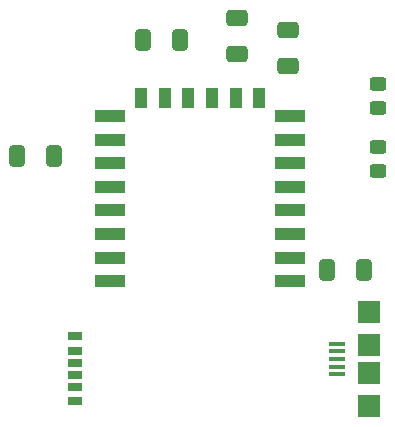
<source format=gbr>
%TF.GenerationSoftware,KiCad,Pcbnew,(6.0.5)*%
%TF.CreationDate,2022-08-02T11:06:51+05:30*%
%TF.ProjectId,ESP12 Smart Remote,45535031-3220-4536-9d61-72742052656d,rev?*%
%TF.SameCoordinates,Original*%
%TF.FileFunction,Paste,Top*%
%TF.FilePolarity,Positive*%
%FSLAX46Y46*%
G04 Gerber Fmt 4.6, Leading zero omitted, Abs format (unit mm)*
G04 Created by KiCad (PCBNEW (6.0.5)) date 2022-08-02 11:06:51*
%MOMM*%
%LPD*%
G01*
G04 APERTURE LIST*
G04 Aperture macros list*
%AMRoundRect*
0 Rectangle with rounded corners*
0 $1 Rounding radius*
0 $2 $3 $4 $5 $6 $7 $8 $9 X,Y pos of 4 corners*
0 Add a 4 corners polygon primitive as box body*
4,1,4,$2,$3,$4,$5,$6,$7,$8,$9,$2,$3,0*
0 Add four circle primitives for the rounded corners*
1,1,$1+$1,$2,$3*
1,1,$1+$1,$4,$5*
1,1,$1+$1,$6,$7*
1,1,$1+$1,$8,$9*
0 Add four rect primitives between the rounded corners*
20,1,$1+$1,$2,$3,$4,$5,0*
20,1,$1+$1,$4,$5,$6,$7,0*
20,1,$1+$1,$6,$7,$8,$9,0*
20,1,$1+$1,$8,$9,$2,$3,0*%
G04 Aperture macros list end*
%ADD10R,1.350000X0.400000*%
%ADD11R,1.900000X1.900000*%
%ADD12RoundRect,0.250000X0.450000X-0.325000X0.450000X0.325000X-0.450000X0.325000X-0.450000X-0.325000X0*%
%ADD13R,2.500000X1.000000*%
%ADD14R,1.000000X1.800000*%
%ADD15RoundRect,0.250000X0.650000X-0.412500X0.650000X0.412500X-0.650000X0.412500X-0.650000X-0.412500X0*%
%ADD16RoundRect,0.250000X-0.412500X-0.650000X0.412500X-0.650000X0.412500X0.650000X-0.412500X0.650000X0*%
%ADD17R,1.200000X0.700000*%
%ADD18R,1.200000X0.760000*%
%ADD19R,1.200000X0.800000*%
G04 APERTURE END LIST*
D10*
%TO.C,J6*%
X166235000Y-131768000D03*
X166235000Y-131118000D03*
X166235000Y-130468000D03*
X166235000Y-129818000D03*
X166235000Y-129168000D03*
D11*
X168910000Y-134418000D03*
X168910000Y-131668000D03*
X168910000Y-129268000D03*
X168910000Y-126518000D03*
%TD*%
D12*
%TO.C,D1*%
X169672000Y-114563000D03*
X169672000Y-112513000D03*
%TD*%
D13*
%TO.C,U1*%
X162238000Y-123896000D03*
X162238000Y-121896000D03*
X162238000Y-119896000D03*
X162238000Y-117896000D03*
X162238000Y-115896000D03*
X162238000Y-113896000D03*
X162238000Y-111896000D03*
X162238000Y-109896000D03*
D14*
X159638000Y-108396000D03*
X157638000Y-108396000D03*
X155638000Y-108396000D03*
X153638000Y-108396000D03*
X151638000Y-108396000D03*
X149638000Y-108396000D03*
D13*
X147038000Y-109896000D03*
X147038000Y-111896000D03*
X147038000Y-113896000D03*
X147038000Y-115896000D03*
X147038000Y-117896000D03*
X147038000Y-119896000D03*
X147038000Y-121896000D03*
X147038000Y-123896000D03*
%TD*%
D15*
%TO.C,C2*%
X157734000Y-104686500D03*
X157734000Y-101561500D03*
%TD*%
D16*
%TO.C,C3*%
X149821500Y-103505000D03*
X152946500Y-103505000D03*
%TD*%
D12*
%TO.C,D2*%
X169672000Y-109229000D03*
X169672000Y-107179000D03*
%TD*%
D15*
%TO.C,C4*%
X162052000Y-105702500D03*
X162052000Y-102577500D03*
%TD*%
D17*
%TO.C,J1*%
X144050000Y-130818000D03*
D18*
X144050000Y-132838000D03*
D19*
X144050000Y-134068000D03*
D17*
X144050000Y-131818000D03*
D18*
X144050000Y-129798000D03*
D19*
X144050000Y-128568000D03*
%TD*%
D16*
%TO.C,C1*%
X139153500Y-113284000D03*
X142278500Y-113284000D03*
%TD*%
%TO.C,C5*%
X165403121Y-122936000D03*
X168528121Y-122936000D03*
%TD*%
M02*

</source>
